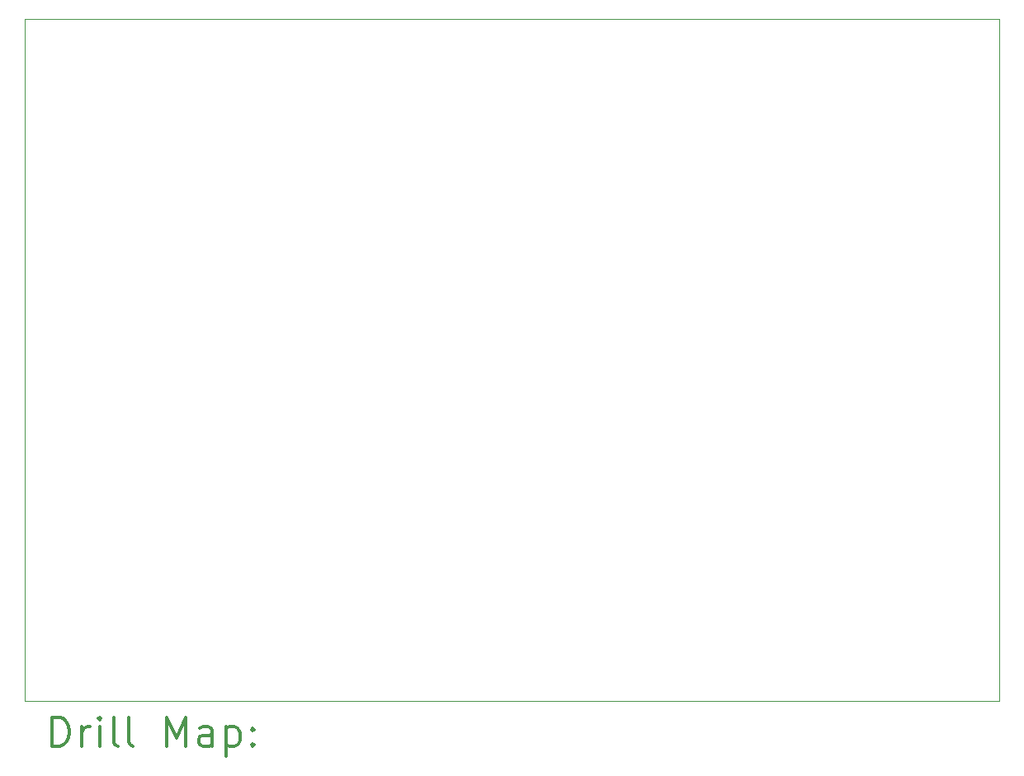
<source format=gbr>
%FSLAX45Y45*%
G04 Gerber Fmt 4.5, Leading zero omitted, Abs format (unit mm)*
G04 Created by KiCad (PCBNEW (5.1.5-0)) date 2022-06-02 10:47:22*
%MOMM*%
%LPD*%
G04 APERTURE LIST*
%TA.AperFunction,Profile*%
%ADD10C,0.050000*%
%TD*%
%ADD11C,0.200000*%
%ADD12C,0.300000*%
G04 APERTURE END LIST*
D10*
X11000000Y-12000000D02*
X11000000Y-5000000D01*
X21000000Y-12000000D02*
X11000000Y-12000000D01*
X21000000Y-5000000D02*
X21000000Y-12000000D01*
X11000000Y-5000000D02*
X21000000Y-5000000D01*
D11*
D12*
X11283928Y-12468214D02*
X11283928Y-12168214D01*
X11355357Y-12168214D01*
X11398214Y-12182500D01*
X11426786Y-12211071D01*
X11441071Y-12239643D01*
X11455357Y-12296786D01*
X11455357Y-12339643D01*
X11441071Y-12396786D01*
X11426786Y-12425357D01*
X11398214Y-12453929D01*
X11355357Y-12468214D01*
X11283928Y-12468214D01*
X11583928Y-12468214D02*
X11583928Y-12268214D01*
X11583928Y-12325357D02*
X11598214Y-12296786D01*
X11612500Y-12282500D01*
X11641071Y-12268214D01*
X11669643Y-12268214D01*
X11769643Y-12468214D02*
X11769643Y-12268214D01*
X11769643Y-12168214D02*
X11755357Y-12182500D01*
X11769643Y-12196786D01*
X11783928Y-12182500D01*
X11769643Y-12168214D01*
X11769643Y-12196786D01*
X11955357Y-12468214D02*
X11926786Y-12453929D01*
X11912500Y-12425357D01*
X11912500Y-12168214D01*
X12112500Y-12468214D02*
X12083928Y-12453929D01*
X12069643Y-12425357D01*
X12069643Y-12168214D01*
X12455357Y-12468214D02*
X12455357Y-12168214D01*
X12555357Y-12382500D01*
X12655357Y-12168214D01*
X12655357Y-12468214D01*
X12926786Y-12468214D02*
X12926786Y-12311071D01*
X12912500Y-12282500D01*
X12883928Y-12268214D01*
X12826786Y-12268214D01*
X12798214Y-12282500D01*
X12926786Y-12453929D02*
X12898214Y-12468214D01*
X12826786Y-12468214D01*
X12798214Y-12453929D01*
X12783928Y-12425357D01*
X12783928Y-12396786D01*
X12798214Y-12368214D01*
X12826786Y-12353929D01*
X12898214Y-12353929D01*
X12926786Y-12339643D01*
X13069643Y-12268214D02*
X13069643Y-12568214D01*
X13069643Y-12282500D02*
X13098214Y-12268214D01*
X13155357Y-12268214D01*
X13183928Y-12282500D01*
X13198214Y-12296786D01*
X13212500Y-12325357D01*
X13212500Y-12411071D01*
X13198214Y-12439643D01*
X13183928Y-12453929D01*
X13155357Y-12468214D01*
X13098214Y-12468214D01*
X13069643Y-12453929D01*
X13341071Y-12439643D02*
X13355357Y-12453929D01*
X13341071Y-12468214D01*
X13326786Y-12453929D01*
X13341071Y-12439643D01*
X13341071Y-12468214D01*
X13341071Y-12282500D02*
X13355357Y-12296786D01*
X13341071Y-12311071D01*
X13326786Y-12296786D01*
X13341071Y-12282500D01*
X13341071Y-12311071D01*
M02*

</source>
